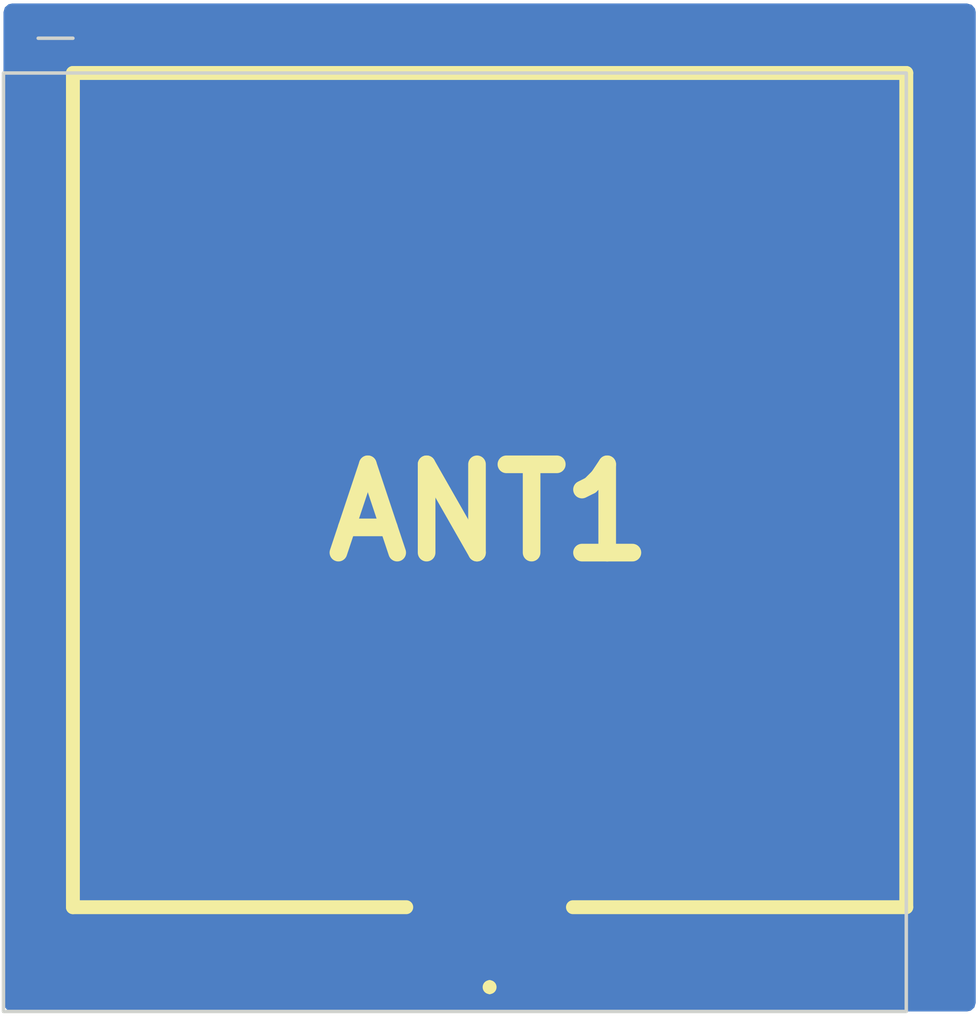
<source format=kicad_pcb>
(kicad_pcb (version 20240108) (generator "pcbnew") (generator_version "8.0")
  (layers (0 "F.Cu" signal) (31 "B.Cu" signal) (34 "B.Paste" user) (35 "F.Paste" user) (36 "B.SilkS" user "B.Silkscreen") (37 "F.SilkS" user "F.Silkscreen") (38 "B.Mask" user) (39 "F.Mask" user) (44 "Edge.Cuts" user))
  (net 0 "")
  (net 1 "GROUND")
  (net 2 "POWER")
  (footprint "GPS Footprint:SGGP124A02" (layer "F.Cu") (at 217.5 85.5)
    (property "Reference" "ANT1" (at 0 0.325 0) (layer "F.SilkS") (effects (font (size 1.27 1.27) (thickness 0.254))))
    (property "Value" "SGGP.12.4.A.02" (hide yes))
    (fp_line (start -6 -6) (end 6 -6) (stroke (width 0.2)) (layer "F.SilkS"))
    (fp_line (start -6 6) (end -6 -6) (stroke (width 0.2)) (layer "F.SilkS"))
    (fp_line (start -1.2 6) (end -6 6) (stroke (width 0.2)) (layer "F.SilkS"))
    (fp_line (start 0 7.1) (end 0 7.1) (stroke (width 0.1)) (layer "F.SilkS"))
    (fp_line (start 0 7.2) (end 0 7.2) (stroke (width 0.1)) (layer "F.SilkS"))
    (fp_line (start 6 -6) (end 6 6) (stroke (width 0.2)) (layer "F.SilkS"))
    (fp_line (start 6 6) (end 1.2 6) (stroke (width 0.2)) (layer "F.SilkS"))
    (fp_arc (start 0 7.1) (mid 0.05 7.15) (end 0 7.2) (stroke (width 0.1)) (layer "F.SilkS"))
    (fp_arc (start 0 7.2) (mid -0.05 7.15) (end 0 7.1) (stroke (width 0.1)) (layer "F.SilkS"))
    (pad "1" smd rect (at 0 5.9 90) (size 1.5 1.5) (layers "F.Cu" "F.Paste" "F.Mask") (net 2 "POWER"))
    (pad "2" smd rect (at -4.5 4.5 90) (size 2.3 2.3) (layers "F.Cu" "F.Paste" "F.Mask") (net 1 "GROUND"))
    (pad "3" smd rect (at 4.5 4.5 90) (size 2.3 2.3) (layers "F.Cu" "F.Paste" "F.Mask") (net 1 "GROUND"))
    (pad "4" smd rect (at -4.5 0 90) (size 2.3 2.3) (layers "F.Cu" "F.Paste" "F.Mask") (net 1 "GROUND"))
    (pad "5" smd rect (at 0 0 90) (size 2.3 2.3) (layers "F.Cu" "F.Paste" "F.Mask") (net 1 "GROUND"))
    (pad "6" smd rect (at 4.5 0 90) (size 2.3 2.3) (layers "F.Cu" "F.Paste" "F.Mask") (net 1 "GROUND"))
    (pad "7" smd rect (at -4.5 -4.5 90) (size 2.3 2.3) (layers "F.Cu" "F.Paste" "F.Mask") (net 1 "GROUND"))
    (pad "8" smd rect (at 0 -4.5 90) (size 2.3 2.3) (layers "F.Cu" "F.Paste" "F.Mask") (net 1 "GROUND"))
    (pad "9" smd rect (at 4.5 -4.5 90) (size 2.3 2.3) (layers "F.Cu" "F.Paste" "F.Mask") (net 1 "GROUND"))
  )
  (gr_rect (start 210.5 79.5) (end 223.5 93) (stroke (width 0.05)) (fill none) (layer "Edge.Cuts"))
  (gr_rect (start 211 79) (end 211.5 79) (stroke (width 0.05)) (fill none) (layer "Edge.Cuts"))
  (zone (net 1) (net_name "GROUND") (layer "B.Cu") (connect_pads (clearance 0.5)) (min_thickness 0.25) (fill yes (thermal_gap 0.5) (thermal_bridge_width 0.5))
    (polygon (pts (xy 210.5 78.5) (xy 224.5 78.5) (xy 224.5 93) (xy 210.5 93)))
  )
)
</source>
